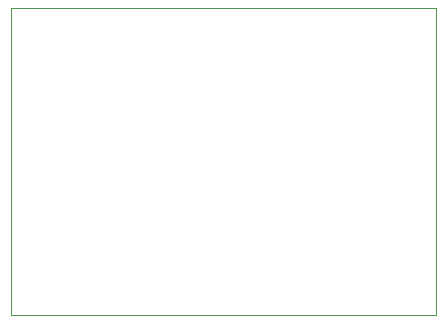
<source format=gbr>
%TF.GenerationSoftware,KiCad,Pcbnew,(6.0.4)*%
%TF.CreationDate,2023-03-31T12:06:15-04:00*%
%TF.ProjectId,switches,73776974-6368-4657-932e-6b696361645f,rev?*%
%TF.SameCoordinates,Original*%
%TF.FileFunction,Profile,NP*%
%FSLAX46Y46*%
G04 Gerber Fmt 4.6, Leading zero omitted, Abs format (unit mm)*
G04 Created by KiCad (PCBNEW (6.0.4)) date 2023-03-31 12:06:15*
%MOMM*%
%LPD*%
G01*
G04 APERTURE LIST*
%TA.AperFunction,Profile*%
%ADD10C,0.100000*%
%TD*%
G04 APERTURE END LIST*
D10*
X147534000Y-53350000D02*
X183534000Y-53350000D01*
X183534000Y-53350000D02*
X183534000Y-79350000D01*
X183534000Y-79350000D02*
X147534000Y-79350000D01*
X147534000Y-79350000D02*
X147534000Y-53350000D01*
M02*

</source>
